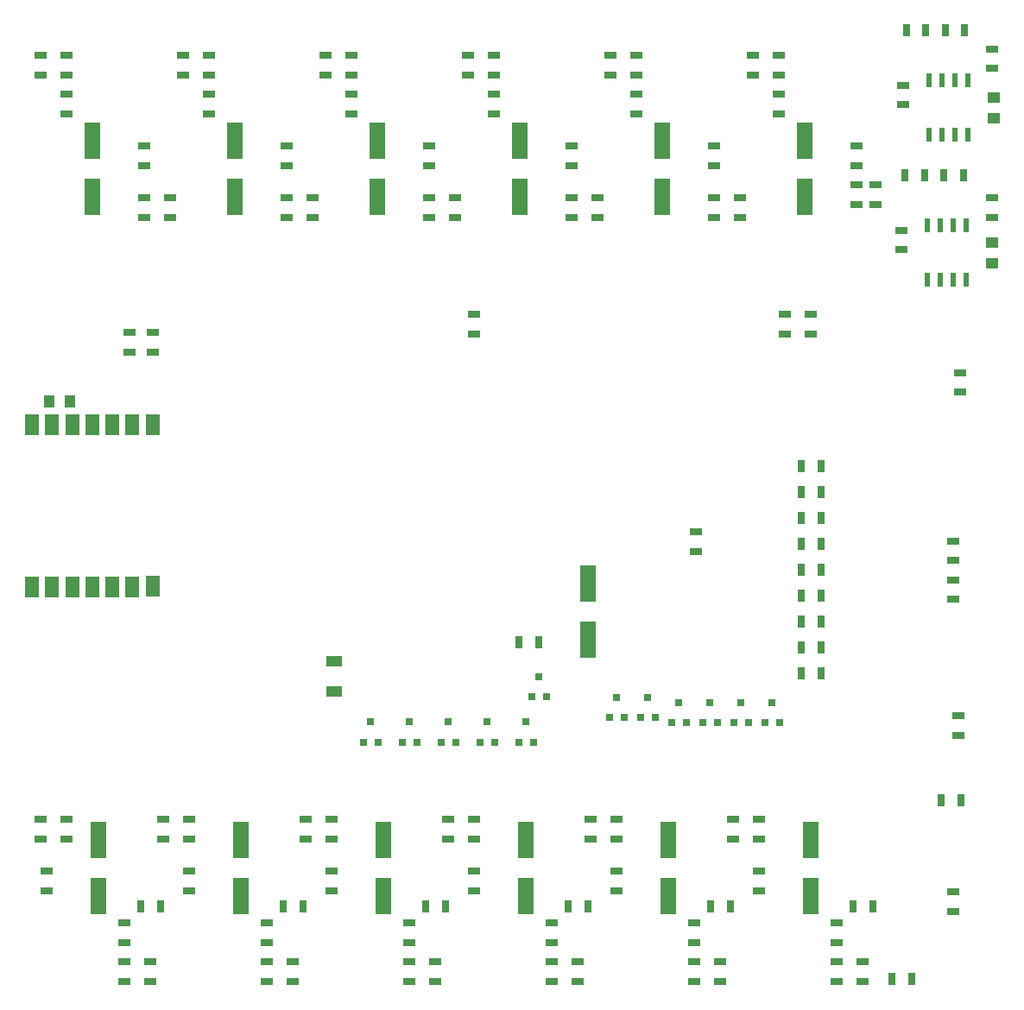
<source format=gbr>
G04 #@! TF.FileFunction,Paste,Bot*
%FSLAX46Y46*%
G04 Gerber Fmt 4.6, Leading zero omitted, Abs format (unit mm)*
G04 Created by KiCad (PCBNEW (2014-12-08 BZR 5317)-product) date mar. 23 déc. 2014 08:50:27 CET*
%MOMM*%
G01*
G04 APERTURE LIST*
%ADD10C,0.150000*%
%ADD11R,1.600200X3.599180*%
%ADD12R,0.599440X1.399540*%
%ADD13R,1.600000X1.000000*%
%ADD14R,1.000000X1.250000*%
%ADD15R,1.250000X1.000000*%
%ADD16R,0.800100X0.800100*%
%ADD17R,1.300000X0.700000*%
%ADD18R,0.700000X1.300000*%
%ADD19R,1.399540X1.998980*%
G04 APERTURE END LIST*
D10*
D11*
X122555000Y-45509180D03*
X122555000Y-51010820D03*
X136525000Y-45509180D03*
X136525000Y-51010820D03*
X150495000Y-45509180D03*
X150495000Y-51010820D03*
X164465000Y-45509180D03*
X164465000Y-51010820D03*
X178435000Y-45509180D03*
X178435000Y-51010820D03*
X192405000Y-45509180D03*
X192405000Y-51010820D03*
X123190000Y-119590820D03*
X123190000Y-114089180D03*
X137160000Y-119590820D03*
X137160000Y-114089180D03*
X151130000Y-119590820D03*
X151130000Y-114089180D03*
X165100000Y-119590820D03*
X165100000Y-114089180D03*
X179070000Y-119590820D03*
X179070000Y-114089180D03*
X193040000Y-119590820D03*
X193040000Y-114089180D03*
X171196000Y-94444820D03*
X171196000Y-88943180D03*
D12*
X208407000Y-39624000D03*
X208407000Y-44958000D03*
X207137000Y-39624000D03*
X205867000Y-39624000D03*
X204597000Y-39624000D03*
X207137000Y-44958000D03*
X205867000Y-44958000D03*
X204597000Y-44958000D03*
X208280000Y-53848000D03*
X208280000Y-59182000D03*
X207010000Y-53848000D03*
X205740000Y-53848000D03*
X204470000Y-53848000D03*
X207010000Y-59182000D03*
X205740000Y-59182000D03*
X204470000Y-59182000D03*
D13*
X146240500Y-96544000D03*
X146240500Y-99544000D03*
D14*
X120380000Y-71120000D03*
X118380000Y-71120000D03*
D15*
X210947000Y-41291000D03*
X210947000Y-43291000D03*
X210820000Y-55515000D03*
X210820000Y-57515000D03*
D16*
X150561040Y-104505760D03*
X149158960Y-104505760D03*
X149860000Y-102506780D03*
X154371040Y-104505760D03*
X152968960Y-104505760D03*
X153670000Y-102506780D03*
X158181040Y-104505760D03*
X156778960Y-104505760D03*
X157480000Y-102506780D03*
X165801040Y-104505760D03*
X164398960Y-104505760D03*
X165100000Y-102506780D03*
X167071040Y-100060760D03*
X165668960Y-100060760D03*
X166370000Y-98061780D03*
X161991040Y-104505760D03*
X160588960Y-104505760D03*
X161290000Y-102506780D03*
X174691040Y-102092760D03*
X173288960Y-102092760D03*
X173990000Y-100093780D03*
X177739040Y-102092760D03*
X176336960Y-102092760D03*
X177038000Y-100093780D03*
X180787040Y-102600760D03*
X179384960Y-102600760D03*
X180086000Y-100601780D03*
X183835040Y-102600760D03*
X182432960Y-102600760D03*
X183134000Y-100601780D03*
X186883040Y-102600760D03*
X185480960Y-102600760D03*
X186182000Y-100601780D03*
X189931040Y-102600760D03*
X188528960Y-102600760D03*
X189230000Y-100601780D03*
D17*
X117475000Y-39050000D03*
X117475000Y-37150000D03*
X120015000Y-39050000D03*
X120015000Y-37150000D03*
X127635000Y-46040000D03*
X127635000Y-47940000D03*
X127635000Y-53020000D03*
X127635000Y-51120000D03*
X120015000Y-40960000D03*
X120015000Y-42860000D03*
X131445000Y-39050000D03*
X131445000Y-37150000D03*
X133985000Y-39050000D03*
X133985000Y-37150000D03*
X141605000Y-46040000D03*
X141605000Y-47940000D03*
X141605000Y-53020000D03*
X141605000Y-51120000D03*
X133985000Y-40960000D03*
X133985000Y-42860000D03*
X145415000Y-39050000D03*
X145415000Y-37150000D03*
X147955000Y-39050000D03*
X147955000Y-37150000D03*
X155575000Y-46040000D03*
X155575000Y-47940000D03*
X155575000Y-53020000D03*
X155575000Y-51120000D03*
X147955000Y-40960000D03*
X147955000Y-42860000D03*
X159385000Y-39050000D03*
X159385000Y-37150000D03*
X161925000Y-39050000D03*
X161925000Y-37150000D03*
X169545000Y-46040000D03*
X169545000Y-47940000D03*
X169545000Y-53020000D03*
X169545000Y-51120000D03*
X161925000Y-40960000D03*
X161925000Y-42860000D03*
X173355000Y-39050000D03*
X173355000Y-37150000D03*
X175895000Y-39050000D03*
X175895000Y-37150000D03*
X183515000Y-46040000D03*
X183515000Y-47940000D03*
X183515000Y-53020000D03*
X183515000Y-51120000D03*
X175895000Y-40960000D03*
X175895000Y-42860000D03*
X187325000Y-39050000D03*
X187325000Y-37150000D03*
X189865000Y-39050000D03*
X189865000Y-37150000D03*
X197485000Y-46040000D03*
X197485000Y-47940000D03*
X197485000Y-51750000D03*
X197485000Y-49850000D03*
X189865000Y-40960000D03*
X189865000Y-42860000D03*
X130175000Y-51120000D03*
X130175000Y-53020000D03*
X144145000Y-51120000D03*
X144145000Y-53020000D03*
X158115000Y-51120000D03*
X158115000Y-53020000D03*
X172085000Y-51120000D03*
X172085000Y-53020000D03*
X186055000Y-51120000D03*
X186055000Y-53020000D03*
X199390000Y-49850000D03*
X199390000Y-51750000D03*
D18*
X127320000Y-120650000D03*
X129220000Y-120650000D03*
D17*
X128270000Y-126050000D03*
X128270000Y-127950000D03*
X125730000Y-126050000D03*
X125730000Y-127950000D03*
X118110000Y-119060000D03*
X118110000Y-117160000D03*
X120015000Y-112080000D03*
X120015000Y-113980000D03*
X125730000Y-124140000D03*
X125730000Y-122240000D03*
D18*
X141290000Y-120650000D03*
X143190000Y-120650000D03*
D17*
X142240000Y-126050000D03*
X142240000Y-127950000D03*
X139700000Y-126050000D03*
X139700000Y-127950000D03*
X132080000Y-119060000D03*
X132080000Y-117160000D03*
X132080000Y-112080000D03*
X132080000Y-113980000D03*
X139700000Y-124140000D03*
X139700000Y-122240000D03*
D18*
X155260000Y-120650000D03*
X157160000Y-120650000D03*
D17*
X156210000Y-126050000D03*
X156210000Y-127950000D03*
X153670000Y-126050000D03*
X153670000Y-127950000D03*
X146050000Y-119060000D03*
X146050000Y-117160000D03*
X146050000Y-112080000D03*
X146050000Y-113980000D03*
X153670000Y-124140000D03*
X153670000Y-122240000D03*
D18*
X169230000Y-120650000D03*
X171130000Y-120650000D03*
D17*
X170180000Y-126050000D03*
X170180000Y-127950000D03*
X167640000Y-126050000D03*
X167640000Y-127950000D03*
X160020000Y-119060000D03*
X160020000Y-117160000D03*
X160020000Y-112080000D03*
X160020000Y-113980000D03*
X167640000Y-124140000D03*
X167640000Y-122240000D03*
D18*
X183200000Y-120650000D03*
X185100000Y-120650000D03*
D17*
X184150000Y-126050000D03*
X184150000Y-127950000D03*
X181610000Y-126050000D03*
X181610000Y-127950000D03*
X173990000Y-119060000D03*
X173990000Y-117160000D03*
X173990000Y-112080000D03*
X173990000Y-113980000D03*
X181610000Y-124140000D03*
X181610000Y-122240000D03*
D18*
X197170000Y-120650000D03*
X199070000Y-120650000D03*
D17*
X198120000Y-126050000D03*
X198120000Y-127950000D03*
X195580000Y-126050000D03*
X195580000Y-127950000D03*
X187960000Y-119060000D03*
X187960000Y-117160000D03*
X187960000Y-112080000D03*
X187960000Y-113980000D03*
X195580000Y-124140000D03*
X195580000Y-122240000D03*
X160020000Y-62550000D03*
X160020000Y-64450000D03*
X181737000Y-85786000D03*
X181737000Y-83886000D03*
X117475000Y-113980000D03*
X117475000Y-112080000D03*
X129540000Y-113980000D03*
X129540000Y-112080000D03*
X143510000Y-113980000D03*
X143510000Y-112080000D03*
X157480000Y-113980000D03*
X157480000Y-112080000D03*
X171450000Y-113980000D03*
X171450000Y-112080000D03*
X185420000Y-113980000D03*
X185420000Y-112080000D03*
D18*
X164404000Y-94742000D03*
X166304000Y-94742000D03*
X202880000Y-127762000D03*
X200980000Y-127762000D03*
X205806000Y-110236000D03*
X207706000Y-110236000D03*
D17*
X207010000Y-121092000D03*
X207010000Y-119192000D03*
X207010000Y-88585000D03*
X207010000Y-90485000D03*
X207010000Y-84775000D03*
X207010000Y-86675000D03*
X207518000Y-103820000D03*
X207518000Y-101920000D03*
X207645000Y-70165000D03*
X207645000Y-68265000D03*
D18*
X192090000Y-77470000D03*
X193990000Y-77470000D03*
X192090000Y-80010000D03*
X193990000Y-80010000D03*
X192090000Y-82550000D03*
X193990000Y-82550000D03*
X192090000Y-85090000D03*
X193990000Y-85090000D03*
X192090000Y-87630000D03*
X193990000Y-87630000D03*
X192090000Y-90170000D03*
X193990000Y-90170000D03*
X192090000Y-92710000D03*
X193990000Y-92710000D03*
X192090000Y-95250000D03*
X193990000Y-95250000D03*
X192090000Y-97790000D03*
X193990000Y-97790000D03*
D17*
X193040000Y-62550000D03*
X193040000Y-64450000D03*
X190500000Y-62550000D03*
X190500000Y-64450000D03*
X126238000Y-64328000D03*
X126238000Y-66228000D03*
X128524000Y-64328000D03*
X128524000Y-66228000D03*
X210820000Y-38415000D03*
X210820000Y-36515000D03*
X210820000Y-53020000D03*
X210820000Y-51120000D03*
D18*
X202377000Y-34671000D03*
X204277000Y-34671000D03*
X202250000Y-48895000D03*
X204150000Y-48895000D03*
X208087000Y-34671000D03*
X206187000Y-34671000D03*
X207960000Y-48895000D03*
X206060000Y-48895000D03*
D17*
X202057000Y-40071000D03*
X202057000Y-41971000D03*
X201930000Y-54295000D03*
X201930000Y-56195000D03*
D19*
X128506220Y-89230200D03*
X126504700Y-89258140D03*
X124505720Y-89258140D03*
X122555000Y-89258140D03*
X120604280Y-89258140D03*
X118605300Y-89258140D03*
X116603780Y-89258140D03*
X116603780Y-73357740D03*
X118605300Y-73357740D03*
X120604280Y-73357740D03*
X122555000Y-73357740D03*
X124505720Y-73357740D03*
X126504700Y-73357740D03*
X128506220Y-73357740D03*
M02*

</source>
